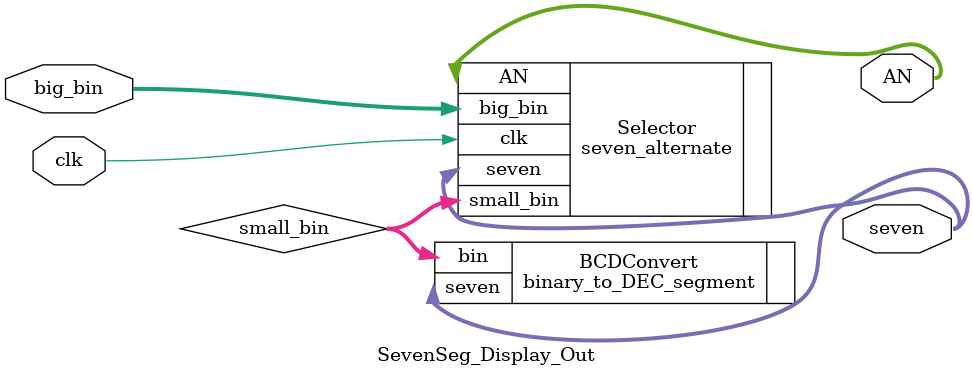
<source format=v>
`timescale 1ns / 1ps
module SevenSeg_Display_Out(input [15:0] big_bin, input clk, output [6:0] seven, output [3:0] AN);
	
	wire [3:0] small_bin;
	seven_alternate Selector(.big_bin(big_bin), .small_bin(small_bin), .AN(AN), .seven(seven), .clk(clk));
	binary_to_DEC_segment BCDConvert(.bin(small_bin), .seven(seven));
	
endmodule

</source>
